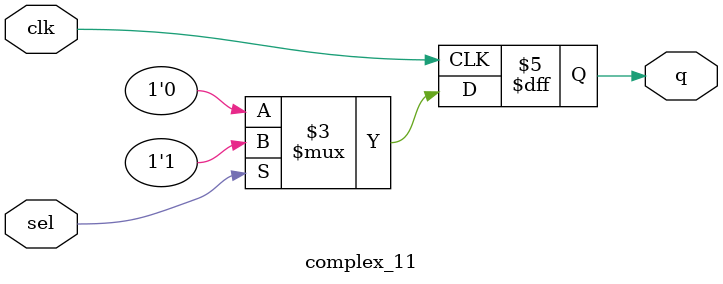
<source format=v>
module complex_11(
    output reg[0:0] q,
    input sel,
    input clk
);
    always @(posedge clk) begin
        if(sel) 
            q <= 1;
        else 
            q <= 0;
    end
endmodule
</source>
